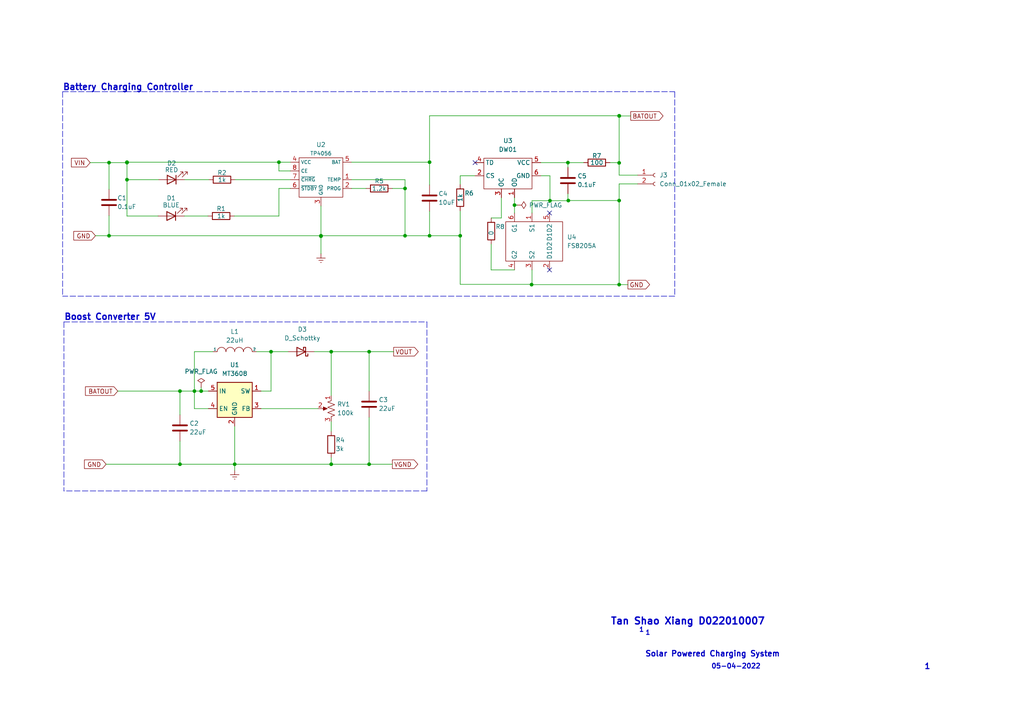
<source format=kicad_sch>
(kicad_sch (version 20211123) (generator eeschema)
  (paper "A4")
  (lib_symbols
    (symbol "Connector:Conn_01x02_Female" (pin_names (offset 1.016) hide)
      (property "Reference" "J" (at 0 2.54 0))
      (property "Value" "Conn_01x02_Female" (at 0 -5.08 0))
      (symbol "Conn_01x02_Female_1_1"
        (arc (start 0 -2.032) (mid -0.508 -2.54) (end 0 -3.048) (stroke (width 0.1524)))
        (polyline (pts (xy -1.27 -2.54) (xy -0.508 -2.54)) (stroke (width 0.1524)))
        (polyline (pts (xy -1.27 0) (xy -0.508 0)) (stroke (width 0.1524)))
        (arc (start 0 0.508) (mid -0.508 0) (end 0 -0.508) (stroke (width 0.1524)))
        (pin passive line (at -5.08 0 0) (length 3.81) (name "Pin_1") (number "1"))
        (pin passive line (at -5.08 -2.54 0) (length 3.81) (name "Pin_2") (number "2"))
      )
    )
    (symbol "Device:C" (pin_numbers hide) (pin_names (offset 0.254))
      (property "Reference" "C" (at 0.635 2.54 0))
      (property "Value" "C" (at 0.635 -2.54 0))
      (symbol "C_0_1"
        (polyline (pts (xy -2.032 -0.762) (xy 2.032 -0.762)) (stroke (width 0.508)))
        (polyline (pts (xy -2.032 0.762) (xy 2.032 0.762)) (stroke (width 0.508)))
      )
      (symbol "C_1_1"
        (pin passive line (at 0 3.81 270) (length 2.794) (name "~") (number "1"))
        (pin passive line (at 0 -3.81 90) (length 2.794) (name "~") (number "2"))
      )
    )
    (symbol "Device:D_Schottky" (pin_numbers hide) (pin_names (offset 1.016) hide)
      (property "Reference" "D" (at 0 2.54 0))
      (property "Value" "D_Schottky" (at 0 -2.54 0))
      (symbol "D_Schottky_0_1"
        (polyline (pts (xy 1.27 0) (xy -1.27 0)))
        (polyline (pts (xy 1.27 1.27) (xy 1.27 -1.27) (xy -1.27 0) (xy 1.27 1.27)) (stroke (width 0.254)))
        (polyline (pts (xy -1.905 0.635) (xy -1.905 1.27) (xy -1.27 1.27) (xy -1.27 -1.27) (xy -0.635 -1.27) (xy -0.635 -0.635)) (stroke (width 0.254)))
      )
      (symbol "D_Schottky_1_1"
        (pin passive line (at -3.81 0 0) (length 2.54) (name "K") (number "1"))
        (pin passive line (at 3.81 0 180) (length 2.54) (name "A") (number "2"))
      )
    )
    (symbol "Device:LED" (pin_numbers hide) (pin_names (offset 1.016) hide)
      (property "Reference" "D" (at 0 2.54 0))
      (property "Value" "LED" (at 0 -2.54 0))
      (symbol "LED_0_1"
        (polyline (pts (xy -1.27 -1.27) (xy -1.27 1.27)) (stroke (width 0.254)))
        (polyline (pts (xy -1.27 0) (xy 1.27 0)))
        (polyline (pts (xy 1.27 -1.27) (xy 1.27 1.27) (xy -1.27 0) (xy 1.27 -1.27)) (stroke (width 0.254)))
        (polyline (pts (xy -3.048 -0.762) (xy -4.572 -2.286) (xy -3.81 -2.286) (xy -4.572 -2.286) (xy -4.572 -1.524)))
        (polyline (pts (xy -1.778 -0.762) (xy -3.302 -2.286) (xy -2.54 -2.286) (xy -3.302 -2.286) (xy -3.302 -1.524)))
      )
      (symbol "LED_1_1"
        (pin passive line (at -3.81 0 0) (length 2.54) (name "K") (number "1"))
        (pin passive line (at 3.81 0 180) (length 2.54) (name "A") (number "2"))
      )
    )
    (symbol "Device:R" (pin_numbers hide) (pin_names (offset 0))
      (property "Reference" "R" (at 2.032 0 90))
      (property "Value" "R" (at 0 0 90))
      (symbol "R_0_1"
        (rectangle (start -1.016 -2.54) (end 1.016 2.54) (stroke (width 0.254)))
      )
      (symbol "R_1_1"
        (pin passive line (at 0 3.81 270) (length 1.27) (name "~") (number "1"))
        (pin passive line (at 0 -3.81 90) (length 1.27) (name "~") (number "2"))
      )
    )
    (symbol "Device:R_Potentiometer_US" (pin_names (offset 1.016) hide)
      (property "Reference" "RV" (at -4.445 0 90))
      (property "Value" "R_Potentiometer_US" (at -2.54 0 90))
      (symbol "R_Potentiometer_US_0_1"
        (polyline (pts (xy 0 -2.286) (xy 0 -2.54)))
        (polyline (pts (xy 0 2.54) (xy 0 2.286)))
        (polyline (pts (xy 2.54 0) (xy 1.524 0)))
        (polyline (pts (xy 1.143 0) (xy 2.286 0.508) (xy 2.286 -0.508) (xy 1.143 0)) (fill (type outline)))
        (polyline (pts (xy 0 -0.762) (xy 1.016 -1.143) (xy 0 -1.524) (xy -1.016 -1.905) (xy 0 -2.286)))
        (polyline (pts (xy 0 0.762) (xy 1.016 0.381) (xy 0 0) (xy -1.016 -0.381) (xy 0 -0.762)))
        (polyline (pts (xy 0 2.286) (xy 1.016 1.905) (xy 0 1.524) (xy -1.016 1.143) (xy 0 0.762)))
      )
      (symbol "R_Potentiometer_US_1_1"
        (pin passive line (at 0 3.81 270) (length 1.27) (name "1") (number "1"))
        (pin passive line (at 3.81 0 180) (length 1.27) (name "2") (number "2"))
        (pin passive line (at 0 -3.81 90) (length 1.27) (name "3") (number "3"))
      )
    )
    (symbol "Regulator_Switching:MT3608"
      (property "Reference" "U" (at -2.54 8.89 0))
      (property "Value" "MT3608" (at -3.81 6.35 0))
      (symbol "MT3608_0_1"
        (rectangle (start -5.08 5.08) (end 5.08 -5.08) (stroke (width 0.254)) (fill (type background)))
      )
      (symbol "MT3608_1_1"
        (pin passive line (at 7.62 2.54 180) (length 2.54) (name "SW") (number "1"))
        (pin power_in line (at 0 -7.62 90) (length 2.54) (name "GND") (number "2"))
        (pin input line (at 7.62 -2.54 180) (length 2.54) (name "FB") (number "3"))
        (pin input line (at -7.62 -2.54 0) (length 2.54) (name "EN") (number "4"))
        (pin power_in line (at -7.62 2.54 0) (length 2.54) (name "IN") (number "5"))
        (pin no_connect line (at 5.08 0 180) (length 2.54) hide (name "NC") (number "6"))
      )
    )
    (symbol "TP4056_Breakout:DW01"
      (property "Reference" "U" (at 1.27 10.16 0))
      (property "Value" "DW01" (at 11.43 10.16 0))
      (symbol "DW01_0_1"
        (rectangle (start 0 8.89) (end 13.97 0))
      )
      (symbol "DW01_1_1"
        (pin input line (at 8.89 -2.54 90) (length 2.54) (name "OD") (number "1"))
        (pin input line (at -2.54 3.81 0) (length 2.54) (name "CS") (number "2"))
        (pin input line (at 5.08 -2.54 90) (length 2.54) (name "OC") (number "3"))
        (pin input line (at -2.54 7.62 0) (length 2.54) (name "TD") (number "4"))
        (pin input line (at 16.51 7.62 180) (length 2.54) (name "VCC") (number "5"))
        (pin input line (at 16.51 3.81 180) (length 2.54) (name "GND") (number "6"))
      )
    )
    (symbol "TP4056_Breakout:FS8205A"
      (property "Reference" "U" (at 1.27 5.08 0))
      (property "Value" "FS8205A" (at -1.27 8.89 90))
      (symbol "FS8205A_0_1"
        (rectangle (start 0 11.43) (end 16.51 0))
      )
      (symbol "FS8205A_1_1"
        (pin input line (at 7.62 13.97 270) (length 2.54) (name "S1") (number "1"))
        (pin input line (at 12.7 -2.54 90) (length 2.54) (name "D1D2") (number "2"))
        (pin input line (at 7.62 -2.54 90) (length 2.54) (name "S2") (number "3"))
        (pin input line (at 2.54 -2.54 90) (length 2.54) (name "G2") (number "4"))
        (pin input line (at 12.7 13.97 270) (length 2.54) (name "D1D2") (number "5"))
        (pin input line (at 2.54 13.97 270) (length 2.54) (name "G1") (number "6"))
      )
    )
    (symbol "TP4056_Breakout:TP4056"
      (property "Reference" "U" (at 1.27 13.97 0))
      (property "Value" "TP4056" (at 8.89 13.97 0))
      (symbol "TP4056_0_1"
        (rectangle (start 0 12.7) (end 12.7 1.27))
      )
      (symbol "TP4056_1_1"
        (pin input line (at 15.24 6.35 180) (length 2.54) (name "TEMP") (number "1"))
        (pin input line (at 15.24 3.81 180) (length 2.54) (name "PROG") (number "2"))
        (pin input line (at 6.35 -1.27 90) (length 2.54) (name "GND") (number "3"))
        (pin input line (at -2.54 11.43 0) (length 2.54) (name "VCC") (number "4"))
        (pin input line (at 15.24 11.43 180) (length 2.54) (name "BAT") (number "5"))
        (pin input line (at -2.54 3.81 0) (length 2.54) (name "~{STDBY}") (number "6"))
        (pin input line (at -2.54 6.35 0) (length 2.54) (name "~{CHRG}") (number "7"))
        (pin input line (at -2.54 8.89 0) (length 2.54) (name "CE") (number "8"))
      )
    )
    (symbol "power:Earth" (power) (pin_names (offset 0))
      (symbol "Earth_0_1"
        (polyline (pts (xy -0.635 -1.905) (xy 0.635 -1.905)))
        (polyline (pts (xy -0.127 -2.54) (xy 0.127 -2.54)))
        (polyline (pts (xy 0 -1.27) (xy 0 0)))
        (polyline (pts (xy 1.27 -1.27) (xy -1.27 -1.27)))
      )
      (symbol "Earth_1_1"
        (pin power_in line (at 0 0 270) (length 0) hide (name "Earth") (number "1"))
      )
    )
    (symbol "power:PWR_FLAG" (power) (pin_numbers hide) (pin_names (offset 0) hide)
      (property "Value" "PWR_FLAG" (at 0 3.81 0))
      (symbol "PWR_FLAG_0_0"
        (pin power_out line (at 0 0 90) (length 0) (name "pwr") (number "1"))
      )
      (symbol "PWR_FLAG_0_1"
        (polyline (pts (xy 0 0) (xy 0 1.27) (xy -1.016 1.905) (xy 0 2.54) (xy 1.016 1.905) (xy 0 1.27)))
      )
    )
    (symbol "pspice:INDUCTOR" (pin_numbers hide) (pin_names (offset 0))
      (property "Reference" "L" (at 0 2.54 0))
      (property "Value" "INDUCTOR" (at 0 -1.27 0))
      (symbol "INDUCTOR_0_1"
        (arc (start -2.54 0) (mid -3.81 1.27) (end -5.08 0))
        (arc (start 0 0) (mid -1.27 1.27) (end -2.54 0))
        (arc (start 2.54 0) (mid 1.27 1.27) (end 0 0))
        (arc (start 5.08 0) (mid 3.81 1.27) (end 2.54 0))
      )
      (symbol "INDUCTOR_1_1"
        (pin input line (at -6.35 0 0) (length 1.27) (name "1") (number "1"))
        (pin input line (at 6.35 0 180) (length 1.27) (name "2") (number "2"))
      )
    )
  )
  (junction (at 124.587 47.0408))
  (junction (at 36.83 52.1208))
  (junction (at 107.061 134.6454))
  (junction (at 52.197 134.6454))
  (junction (at 179.6034 33.6296))
  (junction (at 78.613 102.0064))
  (junction (at 31.623 68.3768))
  (junction (at 154.178 82.55))
  (junction (at 96.0628 102.0064))
  (junction (at 179.578 33.5788))
  (junction (at 52.197 113.4364))
  (junction (at 31.623 47.1678))
  (junction (at 36.83 47.1678))
  (junction (at 159.512 58.2168))
  (junction (at 93.091 68.5038))
  (junction (at 36.83 47.0408))
  (junction (at 133.477 68.3768))
  (junction (at 149.225 59.4868))
  (junction (at 117.475 68.3768))
  (junction (at 124.587 68.3768))
  (junction (at 179.578 82.55))
  (junction (at 56.388 113.4364))
  (junction (at 164.846 58.166))
  (junction (at 68.072 134.6454))
  (junction (at 179.578 47.244))
  (junction (at 80.899 47.0408))
  (junction (at 93.091 68.3768))
  (junction (at 164.719 47.1678))
  (junction (at 96.0628 134.6454))
  (junction (at 117.475 54.6608))
  (junction (at 58.3438 113.4364))
  (junction (at 107.061 102.0064))
  (junction (at 179.578 58.166))
  (no_connect (at 137.795 47.1678))
  (no_connect (at 159.385 61.7728))
  (no_connect (at 159.385 78.2828))
  (wire (pts (xy 27.686 68.3768) (xy 31.623 68.3768)))
  (wire (pts (xy 149.225 57.3278) (xy 149.225 59.4868)))
  (polyline (pts (xy 123.825 142.3924) (xy 18.542 142.3924)))
  (polyline (pts (xy 123.825 93.3704) (xy 123.825 142.3924)))
  (wire (pts (xy 84.201 49.5808) (xy 80.899 49.5808)))
  (wire (pts (xy 133.477 82.4738) (xy 133.477 68.3768)))
  (wire (pts (xy 124.587 61.2648) (xy 124.587 68.3768)))
  (wire (pts (xy 93.091 68.5038) (xy 93.091 73.5838)))
  (wire (pts (xy 56.388 102.0064) (xy 56.388 113.4364)))
  (wire (pts (xy 96.0628 134.6454) (xy 107.061 134.6454)))
  (wire (pts (xy 45.974 52.1208) (xy 36.83 52.1208)))
  (wire (pts (xy 31.623 62.5348) (xy 31.623 68.3768)))
  (polyline (pts (xy 18.542 93.3704) (xy 18.542 142.3924)))
  (wire (pts (xy 36.83 47.0408) (xy 80.899 47.0408)))
  (wire (pts (xy 154.305 78.2828) (xy 154.305 82.4738)))
  (wire (pts (xy 149.225 59.4868) (xy 149.225 61.7728)))
  (wire (pts (xy 52.197 113.4364) (xy 56.388 113.4364)))
  (wire (pts (xy 179.578 47.1678) (xy 176.911 47.1678)))
  (wire (pts (xy 117.475 68.3768) (xy 93.091 68.3768)))
  (wire (pts (xy 107.061 134.6454) (xy 113.792 134.6454)))
  (wire (pts (xy 34.163 113.4364) (xy 52.197 113.4364)))
  (wire (pts (xy 133.477 50.9778) (xy 137.795 50.9778)))
  (wire (pts (xy 154.305 58.2168) (xy 154.305 61.7728)))
  (wire (pts (xy 80.899 62.6618) (xy 80.899 54.6608)))
  (wire (pts (xy 36.83 62.6618) (xy 36.83 52.1208)))
  (wire (pts (xy 179.578 82.55) (xy 182.118 82.55)))
  (wire (pts (xy 164.719 56.1848) (xy 164.719 58.2168)))
  (wire (pts (xy 78.613 102.0064) (xy 78.613 113.4364)))
  (wire (pts (xy 179.578 33.5788) (xy 124.587 33.5788)))
  (wire (pts (xy 179.578 50.8) (xy 179.578 47.244)))
  (wire (pts (xy 117.475 52.1208) (xy 117.475 54.6608)))
  (wire (pts (xy 80.899 47.0408) (xy 84.201 47.0408)))
  (polyline (pts (xy 18.161 26.5938) (xy 18.161 85.9028)))
  (wire (pts (xy 30.7848 134.6454) (xy 52.197 134.6454)))
  (wire (pts (xy 52.197 113.4364) (xy 52.197 120.3198)))
  (wire (pts (xy 56.388 113.4364) (xy 58.3438 113.4364)))
  (wire (pts (xy 92.2528 118.5164) (xy 75.692 118.5164)))
  (wire (pts (xy 67.945 62.6618) (xy 80.899 62.6618)))
  (wire (pts (xy 154.305 82.4738) (xy 133.477 82.4738)))
  (wire (pts (xy 101.981 54.6608) (xy 106.172 54.6608)))
  (wire (pts (xy 74.422 102.0064) (xy 78.613 102.0064)))
  (wire (pts (xy 52.197 127.9398) (xy 52.197 134.6454)))
  (wire (pts (xy 96.0628 122.3264) (xy 96.0628 125.095)))
  (wire (pts (xy 31.623 47.1678) (xy 36.83 47.1678)))
  (wire (pts (xy 179.578 50.8) (xy 184.912 50.8)))
  (wire (pts (xy 159.512 58.2168) (xy 154.305 58.2168)))
  (wire (pts (xy 101.981 47.0408) (xy 124.587 47.0408)))
  (wire (pts (xy 68.072 134.6454) (xy 96.0628 134.6454)))
  (wire (pts (xy 184.912 53.34) (xy 179.578 53.34)))
  (wire (pts (xy 113.792 54.6608) (xy 117.475 54.6608)))
  (wire (pts (xy 124.587 47.0408) (xy 124.587 53.6448)))
  (wire (pts (xy 61.722 102.0064) (xy 56.388 102.0064)))
  (wire (pts (xy 31.623 68.3768) (xy 93.091 68.3768)))
  (wire (pts (xy 107.061 113.4364) (xy 107.061 102.0064)))
  (wire (pts (xy 145.415 57.3278) (xy 145.415 63.2206)))
  (wire (pts (xy 96.0628 102.0064) (xy 107.061 102.0064)))
  (polyline (pts (xy 195.707 85.9028) (xy 18.161 85.9028)))
  (wire (pts (xy 179.578 58.166) (xy 179.578 82.55)))
  (wire (pts (xy 156.845 50.9778) (xy 159.512 50.9778)))
  (wire (pts (xy 58.3438 112.2934) (xy 58.3438 113.4364)))
  (wire (pts (xy 36.83 47.1678) (xy 36.83 52.1208)))
  (wire (pts (xy 93.091 59.7408) (xy 93.091 68.3768)))
  (wire (pts (xy 96.0628 132.715) (xy 96.0628 134.6454)))
  (wire (pts (xy 53.594 52.1208) (xy 60.579 52.1208)))
  (wire (pts (xy 78.613 113.4364) (xy 75.692 113.4364)))
  (wire (pts (xy 124.587 33.5788) (xy 124.587 47.0408)))
  (wire (pts (xy 179.6034 33.6296) (xy 182.9308 33.6296)))
  (wire (pts (xy 31.623 54.9148) (xy 31.623 47.1678)))
  (wire (pts (xy 156.845 47.1678) (xy 164.719 47.1678)))
  (wire (pts (xy 83.566 102.0064) (xy 78.613 102.0064)))
  (wire (pts (xy 133.477 61.1378) (xy 133.477 68.3768)))
  (wire (pts (xy 68.072 134.6454) (xy 68.072 136.4234)))
  (wire (pts (xy 68.072 123.5964) (xy 68.072 134.6454)))
  (wire (pts (xy 145.415 63.2206) (xy 142.4686 63.2206)))
  (wire (pts (xy 60.452 118.5164) (xy 56.388 118.5164)))
  (wire (pts (xy 107.061 121.0564) (xy 107.061 134.6454)))
  (wire (pts (xy 149.225 59.4868) (xy 150.0124 59.4868)))
  (wire (pts (xy 117.475 54.6608) (xy 117.475 68.3768)))
  (wire (pts (xy 56.388 118.5164) (xy 56.388 113.4364)))
  (polyline (pts (xy 18.542 93.3704) (xy 123.825 93.3704)))
  (wire (pts (xy 52.197 134.6454) (xy 68.072 134.6454)))
  (wire (pts (xy 159.512 50.9778) (xy 159.512 58.2168)))
  (wire (pts (xy 36.83 47.0408) (xy 36.83 47.1678)))
  (wire (pts (xy 101.981 52.1208) (xy 117.475 52.1208)))
  (wire (pts (xy 164.719 47.1678) (xy 169.291 47.1678)))
  (wire (pts (xy 154.178 82.55) (xy 179.578 82.55)))
  (wire (pts (xy 80.899 54.6608) (xy 84.201 54.6608)))
  (polyline (pts (xy 195.707 26.5938) (xy 195.707 85.9028)))
  (wire (pts (xy 133.477 53.5178) (xy 133.477 50.9778)))
  (wire (pts (xy 142.4432 78.2828) (xy 142.4686 70.8406)))
  (wire (pts (xy 124.587 68.3768) (xy 117.475 68.3768)))
  (wire (pts (xy 93.091 68.3768) (xy 93.091 68.5038)))
  (wire (pts (xy 45.847 62.6618) (xy 36.83 62.6618)))
  (wire (pts (xy 107.061 102.0064) (xy 114.173 102.0064)))
  (wire (pts (xy 58.3438 113.4364) (xy 60.452 113.4364)))
  (wire (pts (xy 133.477 68.3768) (xy 124.587 68.3768)))
  (wire (pts (xy 164.719 47.1678) (xy 164.719 48.5648)))
  (wire (pts (xy 96.0628 102.0064) (xy 96.0628 114.7064)))
  (wire (pts (xy 60.325 62.6618) (xy 53.467 62.6618)))
  (wire (pts (xy 179.578 53.34) (xy 179.578 58.166)))
  (wire (pts (xy 68.199 52.1208) (xy 84.201 52.1208)))
  (polyline (pts (xy 18.161 26.5938) (xy 195.707 26.5938)))
  (wire (pts (xy 80.899 49.5808) (xy 80.899 47.0408)))
  (wire (pts (xy 179.578 33.5788) (xy 179.578 47.1678)))
  (wire (pts (xy 26.162 47.1678) (xy 31.623 47.1678)))
  (wire (pts (xy 164.719 58.2168) (xy 159.512 58.2168)))
  (wire (pts (xy 149.225 78.2828) (xy 142.4432 78.2828)))
  (wire (pts (xy 179.578 58.166) (xy 164.846 58.166)))
  (wire (pts (xy 91.186 102.0064) (xy 96.0628 102.0064)))
  (text "05-04-2022" (at 206.2226 194.2084 0) (effects (font (size 1.4 1.4) bold) (justify left bottom)))
  (text "Battery Charging Controller" (at 18.161 26.4668 0) (effects (font (size 1.8 1.8) bold) (justify left bottom)))
  (text "1" (at 187.1218 184.4294 0) (effects (font (size 1.3 1.3) bold) (justify left bottom)))
  (text "Boost Converter 5V" (at 18.542 93.1164 0) (effects (font (size 1.8 1.8) bold) (justify left bottom)))
  (text "1" (at 185.293 183.5658 0) (effects (font (size 1.3 1.3) bold) (justify left bottom)))
  (text "Tan Shao Xiang D022010007" (at 177.0126 181.483 0) (effects (font (size 2 2) bold) (justify left bottom)))
  (text "1" (at 268.0208 194.3862 0) (effects (font (size 1.6 1.6) bold) (justify left bottom)))
  (text "Solar Powered Charging System" (at 187.0456 190.7286 0) (effects (font (size 1.6 1.6) bold) (justify left bottom)))
  (global_label "VOUT" (shape output) (at 114.173 102.0064 0) (property "Intersheet References" "${INTERSHEET_REFS}" (effects hide)))
  (global_label "VIN" (shape input) (at 26.162 47.1678 180) (property "Intersheet References" "${INTERSHEET_REFS}" (effects hide)))
  (global_label "GND" (shape output) (at 182.118 82.55 0) (property "Intersheet References" "${INTERSHEET_REFS}" (effects hide)))
  (global_label "GND" (shape input) (at 30.7848 134.6454 180) (property "Intersheet References" "${INTERSHEET_REFS}" (effects hide)))
  (global_label "VGND" (shape output) (at 113.792 134.6454 0) (property "Intersheet References" "${INTERSHEET_REFS}" (effects hide)))
  (global_label "GND" (shape input) (at 27.686 68.3768 180) (property "Intersheet References" "${INTERSHEET_REFS}" (effects hide)))
  (global_label "BATOUT" (shape input) (at 34.163 113.4364 180) (property "Intersheet References" "${INTERSHEET_REFS}" (effects hide)))
  (global_label "BATOUT" (shape output) (at 182.9308 33.6296 0) (property "Intersheet References" "${INTERSHEET_REFS}" (effects hide)))
  (symbol (lib_id "power:PWR_FLAG") (at 58.3438 112.2934 0) (unit 1)
    (property "Reference" "#FLG0102" (effects hide))
    (property "Value" "PWR_FLAG" (at 58.3438 107.7468 0))
  )
  (symbol (lib_id "Device:R") (at 173.101 47.1678 90) (unit 1)
    (property "Reference" "R7" (at 173.101 45.212 90))
    (property "Value" "100" (at 173.101 47.1678 90))
  )
  (symbol (lib_id "power:Earth") (at 93.091 73.5838 0) (unit 1)
    (property "Reference" "#PWR02" (effects hide))
    (property "Value" "Earth" (effects hide))
  )
  (symbol (lib_id "Device:LED") (at 49.784 52.1208 180) (unit 1)
    (property "Reference" "D2" (at 49.784 47.3456 0))
    (property "Value" "RED" (at 49.7586 49.276 0))
  )
  (symbol (lib_id "Device:R") (at 64.135 62.6618 90) (unit 1)
    (property "Reference" "R1" (at 64.135 60.5282 90))
    (property "Value" "1k" (at 64.135 62.6618 90))
  )
  (symbol (lib_id "Device:R") (at 133.477 57.3278 180) (unit 1)
    (property "Reference" "R6" (at 134.7216 56.0578 0) (effects (justify right)))
    (property "Value" "1k" (at 133.477 58.5978 90) (effects (justify right)))
  )
  (symbol (lib_id "Device:C") (at 31.623 58.7248 0) (unit 1)
    (property "Reference" "C1" (at 34.036 57.4294 0) (effects (justify left)))
    (property "Value" "0.1uF" (at 34.036 59.9694 0) (effects (justify left)))
  )
  (symbol (lib_id "Device:R_Potentiometer_US") (at 96.0628 118.5164 0) (mirror y) (unit 1)
    (property "Reference" "RV1" (at 97.7646 117.2463 0) (effects (justify right)))
    (property "Value" "100k" (at 97.7646 119.7863 0) (effects (justify right)))
  )
  (symbol (lib_id "Connector:Conn_01x02_Female") (at 189.992 50.8 0) (unit 1)
    (property "Reference" "J3" (at 191.262 50.7999 0) (effects (justify left)))
    (property "Value" "Conn_01x02_Female" (at 191.262 53.3399 0) (effects (justify left)))
  )
  (symbol (lib_id "Device:R") (at 64.389 52.1208 90) (unit 1)
    (property "Reference" "R2" (at 64.389 50.1142 90))
    (property "Value" "1k" (at 64.389 52.1462 90))
  )
  (symbol (lib_id "Device:C") (at 107.061 117.2464 0) (unit 1)
    (property "Reference" "C3" (at 109.8296 115.951 0) (effects (justify left)))
    (property "Value" "22uF" (at 109.8296 118.491 0) (effects (justify left)))
  )
  (symbol (lib_id "Device:R") (at 109.982 54.6608 90) (unit 1)
    (property "Reference" "R5" (at 109.982 52.5272 90))
    (property "Value" "1.2k" (at 109.982 54.6862 90))
  )
  (symbol (lib_id "power:PWR_FLAG") (at 150.0124 59.4868 270) (unit 1)
    (property "Reference" "#FLG0101" (effects hide))
    (property "Value" "PWR_FLAG" (at 153.416 59.5122 90) (effects (justify left)))
  )
  (symbol (lib_id "Device:C") (at 124.587 57.4548 0) (unit 1)
    (property "Reference" "C4" (at 127.1524 56.1848 0) (effects (justify left)))
    (property "Value" "10uF" (at 127.1524 58.7248 0) (effects (justify left)))
  )
  (symbol (lib_id "Device:R") (at 96.0628 128.905 180) (unit 1)
    (property "Reference" "R4" (at 97.3328 127.635 0) (effects (justify right)))
    (property "Value" "3k" (at 97.3328 130.175 0) (effects (justify right)))
  )
  (symbol (lib_id "power:Earth") (at 68.072 136.4234 0) (unit 1)
    (property "Reference" "#PWR01" (effects hide))
    (property "Value" "Earth" (effects hide))
  )
  (symbol (lib_id "Device:LED") (at 49.657 62.6618 180) (unit 1)
    (property "Reference" "D1" (at 49.657 57.4548 0))
    (property "Value" "BLUE" (at 49.657 59.4868 0))
  )
  (symbol (lib_id "TP4056_Breakout:FS8205A") (at 146.685 75.7428 0) (unit 1)
    (property "Reference" "U4" (at 164.465 68.7577 0) (effects (justify left)))
    (property "Value" "FS8205A" (at 164.465 71.2977 0) (effects (justify left)))
  )
  (symbol (lib_id "TP4056_Breakout:DW01") (at 140.335 54.7878 0) (unit 1)
    (property "Reference" "U3" (at 147.32 40.8178 0))
    (property "Value" "DW01" (at 147.32 43.3578 0))
  )
  (symbol (lib_id "Device:C") (at 52.197 124.1298 0) (unit 1)
    (property "Reference" "C2" (at 54.9656 122.809 0) (effects (justify left)))
    (property "Value" "22uF" (at 54.9656 125.349 0) (effects (justify left)))
  )
  (symbol (lib_id "Device:D_Schottky") (at 87.376 102.0064 180) (unit 1)
    (property "Reference" "D3" (at 87.6935 95.5294 0))
    (property "Value" "D_Schottky" (at 87.6935 98.0694 0))
  )
  (symbol (lib_id "Regulator_Switching:MT3608") (at 68.072 115.9764 0) (unit 1)
    (property "Reference" "U1" (at 68.072 105.8164 0))
    (property "Value" "MT3608" (at 68.072 108.3564 0))
    (property "Datasheet" "https://www.olimex.com/Products/Breadboarding/BB-PWR-3608/resources/MT3608.pdf" (effects hide))
  )
  (symbol (lib_id "pspice:INDUCTOR") (at 68.072 102.0064 0) (unit 1)
    (property "Reference" "L1" (at 68.072 96.1644 0))
    (property "Value" "22uH" (at 68.072 98.7044 0))
  )
  (symbol (lib_id "Device:C") (at 164.719 52.3748 0) (unit 1)
    (property "Reference" "C5" (at 167.4876 51.054 0) (effects (justify left)))
    (property "Value" "0.1uF" (at 167.4876 53.594 0) (effects (justify left)))
  )
  (symbol (lib_id "TP4056_Breakout:TP4056") (at 86.741 58.4708 0) (unit 1)
    (property "Reference" "U2" (at 93.091 41.9608 0))
    (property "Value" "TP4056" (at 93.091 44.5008 0) (effects (font (size 1.1 1.1))))
  )
  (symbol (lib_id "Device:R") (at 142.4686 67.0306 180) (unit 1)
    (property "Reference" "R8" (at 143.7132 65.7606 0) (effects (justify right)))
    (property "Value" "0" (at 142.4686 68.3006 90) (effects (justify right)))
  )
)
</source>
